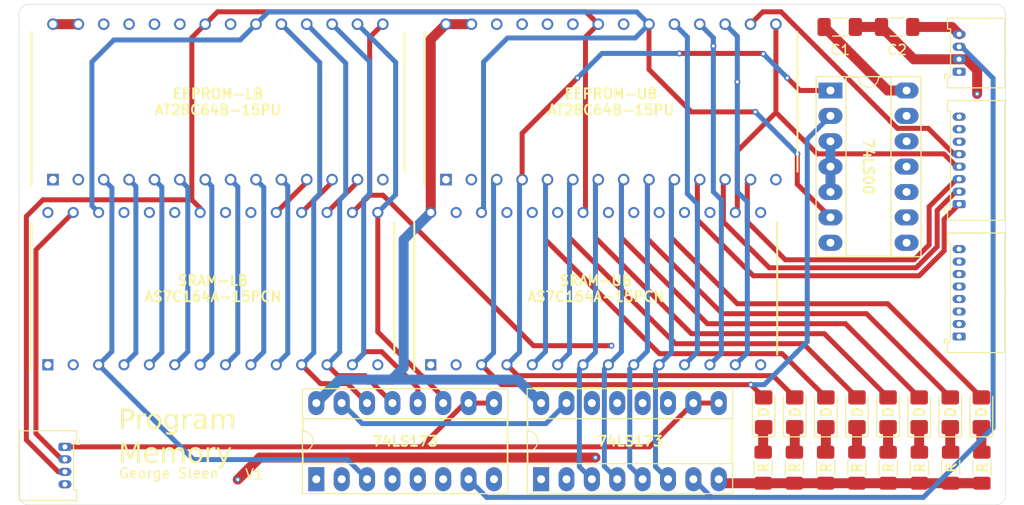
<source format=kicad_pcb>
(kicad_pcb (version 20240108) (generator "pcbnew") (generator_version "8.0")
  (layers (0 "F.Cu" signal) (1 "In1.Cu" signal) (2 "In2.Cu" signal) (31 "B.Cu" signal) (34 "B.Paste" user) (35 "F.Paste" user) (36 "B.SilkS" user "B.Silkscreen") (37 "F.SilkS" user "F.Silkscreen") (38 "B.Mask" user) (39 "F.Mask" user) (44 "Edge.Cuts" user))
  (net 0 "")
  (net 1 "GNDREF")
  (net 2 "Net-(U1-Pad3)")
  (net 6 "Net-(IC1-~{CE})")
  (net 7 "/CLR")
  (net 9 "Net-(D1-K)")
  (net 12 "VCC")
  (net 13 "/BUS 1")
  (net 14 "/BUS 5")
  (net 15 "/BUS 2")
  (net 16 "/BUS 6")
  (net 17 "/BUS 3")
  (net 18 "/BUS 0")
  (net 19 "/BUS 4")
  (net 20 "/BUS 7")
  (net 21 "/BUS E")
  (net 22 "/BUS C")
  (net 23 "/BUS B")
  (net 24 "/BUS 9")
  (net 25 "/BUS F")
  (net 26 "/BUS D")
  (net 27 "/BUS 8")
  (net 28 "/BUS A")
  (net 29 "Net-(D1-A)")
  (net 30 "Net-(D2-K)")
  (net 32 "Net-(D2-A)")
  (net 33 "Net-(D3-K)")
  (net 34 "Net-(D3-A)")
  (net 35 "Net-(D4-K)")
  (net 37 "Net-(D4-A)")
  (net 38 "Net-(D5-A)")
  (net 43 "Net-(D5-K)")
  (net 44 "Net-(D6-K)")
  (net 45 "Net-(D6-A)")
  (net 46 "Net-(D7-K)")
  (net 47 "Net-(D7-A)")
  (net 48 "Net-(D8-A)")
  (net 49 "Net-(D8-K)")
  (net 50 "/~{MvR}")
  (net 51 "/~{MvW}")
  (net 52 "/~{MaI}")
  (net 54 "/CLK")
  (footprint "Connector_Molex:Molex_PicoBlade_53048-0410_1x04_P1.25mm_Horizontal" (layer "F.Cu") (at 104.5 92.525 -90)
    (property "Reference" "J3" (hide yes))
    (property "Value" "Control")
  )
  (footprint "LED_SMD:LED_1206_3216Metric_Pad1.42x1.75mm_HandSolder" (layer "F.Cu") (at 177.546289 89.065 90)
    (property "Reference" "D2" (hide yes))
    (property "Value" "LED")
  )
  (footprint "Package_DIP:DIP-14_W7.62mm_Socket_LongPads" (layer "F.Cu") (at 181.119 56.86)
    (property "Reference" "U1" (hide yes))
    (property "Value" "74LS00")
  )
  (footprint "Resistor_SMD:R_1206_3216Metric_Pad1.30x1.75mm_HandSolder" (layer "F.Cu") (at 190.019142 94.615 -90)
    (property "Reference" "R6" (hide yes))
    (property "Value" "220")
  )
  (footprint "LED_SMD:LED_1206_3216Metric_Pad1.42x1.75mm_HandSolder" (layer "F.Cu") (at 196.223432 89.065 90)
    (property "Reference" "D8" (hide yes))
    (property "Value" "LED")
  )
  (footprint "AS7C164A-15PCN:DIP1524W51P254L3632H394Q28N" (layer "F.Cu") (at 119.304 76.691 90)
    (property "Reference" "IC2" (hide yes))
    (property "Value" "AS7C164A-15PCN" (hide yes))
  )
  (footprint "LED_SMD:LED_1206_3216Metric_Pad1.42x1.75mm_HandSolder" (layer "F.Cu") (at 193.110574 89.065 90)
    (property "Reference" "D7" (hide yes))
    (property "Value" "LED")
  )
  (footprint "LED_SMD:LED_1206_3216Metric_Pad1.42x1.75mm_HandSolder" (layer "F.Cu") (at 186.88486 89.065 90)
    (property "Reference" "D5" (hide yes))
    (property "Value" "LED")
  )
  (footprint "Package_DIP:DIP-16_W7.62mm_Socket_LongPads" (layer "F.Cu") (at 129.66 95.765 90)
    (property "Reference" "U2" (hide yes))
    (property "Value" "74LS173")
  )
  (footprint "AT28C64B-15PU:DIP1556W56P254L3702H483Q28N" (layer "F.Cu") (at 119.812 58 90)
    (property "Reference" "IC1" (hide yes))
    (property "Value" "AT28C64B-15PU" (hide yes))
  )
  (footprint "AS7C164A-15PCN:DIP1524W51P254L3632H394Q28N" (layer "F.Cu") (at 157.626 76.691 90)
    (property "Reference" "IC4" (hide yes))
    (property "Value" "AS7C164A-15PCN" (hide yes))
  )
  (footprint "LED_SMD:LED_1206_3216Metric_Pad1.42x1.75mm_HandSolder" (layer "F.Cu") (at 174.433432 89.065 90)
    (property "Reference" "D")
    (property "Value" "LED")
  )
  (footprint "LED_SMD:LED_1206_3216Metric_Pad1.42x1.75mm_HandSolder" (layer "F.Cu") (at 189.997717 89.065 90)
    (property "Reference" "D6" (hide yes))
    (property "Value" "LED")
  )
  (footprint "LED_SMD:LED_1206_3216Metric_Pad1.42x1.75mm_HandSolder" (layer "F.Cu") (at 183.772003 89.065 90)
    (property "Reference" "D4" (hide yes))
    (property "Value" "LED")
  )
  (footprint "Capacitor_SMD:C_1206_3216Metric_Pad1.33x1.80mm_HandSolder" (layer "F.Cu") (at 187.789 50.5 180)
    (property "Reference" "C2")
    (property "Value" "0.1 uF")
  )
  (footprint "AT28C64B-15PU:DIP1556W56P254L3702H483Q28N" (layer "F.Cu") (at 159.15 58 90)
    (property "Reference" "IC3" (hide yes))
    (property "Value" "AT28C64B-15PU" (hide yes))
  )
  (footprint "Connector_Molex:Molex_PicoBlade_53048-0410_1x04_P1.25mm_Horizontal" (layer "F.Cu") (at 194 54.983 90)
    (property "Reference" "J4" (hide yes))
    (property "Value" "Power")
  )
  (footprint "Resistor_SMD:R_1206_3216Metric_Pad1.30x1.75mm_HandSolder" (layer "F.Cu") (at 174.383432 94.615 -90)
    (property "Reference" "R1" (hide yes))
    (property "Value" "220")
  )
  (footprint "LED_SMD:LED_1206_3216Metric_Pad1.42x1.75mm_HandSolder" (layer "F.Cu") (at 180.659146 89.065 90)
    (property "Reference" "D3" (hide yes))
    (property "Value" "LED")
  )
  (footprint "Connector_Molex:Molex_PicoBlade_53048-0810_1x08_P1.25mm_Horizontal" (layer "F.Cu") (at 194 81.483 90)
    (property "Reference" "J1" (hide yes))
    (property "Value" "Bus LB")
  )
  (footprint "Resistor_SMD:R_1206_3216Metric_Pad1.30x1.75mm_HandSolder" (layer "F.Cu") (at 180.637716 94.615 -90)
    (property "Reference" "R3" (hide yes))
    (property "Value" "220")
  )
  (footprint "Resistor_SMD:R_1206_3216Metric_Pad1.30x1.75mm_HandSolder" (layer "F.Cu") (at 183.764858 94.615 -90)
    (property "Reference" "R4" (hide yes))
    (property "Value" "220")
  )
  (footprint "Package_DIP:DIP-16_W7.62mm_Socket_LongPads" (layer "F.Cu") (at 152.16 95.765 90)
    (property "Reference" "U4" (hide yes))
    (property "Value" "74LS173")
  )
  (footprint "Resistor_SMD:R_1206_3216Metric_Pad1.30x1.75mm_HandSolder" (layer "F.Cu") (at 177.510574 94.615 -90)
    (property "Reference" "R2" (hide yes))
    (property "Value" "220")
  )
  (footprint "Resistor_SMD:R_1206_3216Metric_Pad1.30x1.75mm_HandSolder" (layer "F.Cu") (at 193.146284 94.615 -90)
    (property "Reference" "R7" (hide yes))
    (property "Value" "220")
  )
  (footprint "Connector_Molex:Molex_PicoBlade_53048-0810_1x08_P1.25mm_Horizontal" (layer "F.Cu") (at 194 68.233 90)
    (property "Reference" "J2" (hide yes))
    (property "Value" "Bus UB")
  )
  (footprint "Resistor_SMD:R_1206_3216Metric_Pad1.30x1.75mm_HandSolder" (layer "F.Cu") (at 186.892 94.615 -90)
    (property "Reference" "R5" (hide yes))
    (property "Value" "220")
  )
  (footprint "Capacitor_SMD:C_1206_3216Metric_Pad1.33x1.80mm_HandSolder" (layer "F.Cu") (at 182.049 50.5)
    (property "Reference" "C1")
    (property "Value" "0.1 uF")
  )
  (footprint "Resistor_SMD:R_1206_3216Metric_Pad1.30x1.75mm_HandSolder" (layer "F.Cu") (at 196.273432 94.615 -90)
    (property "Reference" "R8" (hide yes))
    (property "Value" "220")
  )
  (gr_line (start 197.643 98.333) (end 100.893 98.333) (stroke (width 0.05)) (layer "Edge.Cuts"))
  (gr_line (start 99.893 97.333) (end 99.893 49.233) (stroke (width 0.05)) (layer "Edge.Cuts"))
  (gr_arc (start 100.893 98.333) (mid 100.185893 98.040107) (end 99.893 97.333) (stroke (width 0.05)) (layer "Edge.Cuts"))
  (gr_arc (start 197.643 48.233) (mid 198.350107 48.525893) (end 198.643 49.233) (stroke (width 0.05)) (layer "Edge.Cuts"))
  (gr_line (start 198.643 49.233) (end 198.643 97.333) (stroke (width 0.05)) (layer "Edge.Cuts"))
  (gr_arc (start 99.893 49.233) (mid 100.185893 48.525893) (end 100.893 48.233) (stroke (width 0.05)) (layer "Edge.Cuts"))
  (gr_line (start 100.893 48.233) (end 197.643 48.233) (stroke (width 0.05)) (layer "Edge.Cuts"))
  (gr_arc (start 198.643 97.333) (mid 198.350107 98.040107) (end 197.643 98.333) (stroke (width 0.05)) (layer "Edge.Cuts"))
  (gr_text "D" (at 186.9 89.05 90) (layer "F.SilkS") (effects (font (size 1 1) (thickness 0.2) (bold yes))))
  (gr_text "D" (at 193.15 89.05 90) (layer "F.SilkS") (effects (font (size 1 1) (thickness 0.2) (bold yes))))
  (gr_text "74LS173" (at 138.56 91.965 0) (layer "F.SilkS") (effects (font (size 1 1) (thickness 0.2) (bold yes))))
  (gr_text "D" (at 183.85 89.05 90) (layer "F.SilkS") (effects (font (size 1 1) (thickness 0.2) (bold yes))))
  (gr_text "D" (at 180.7 89.05 90) (layer "F.SilkS") (effects (font (size 1 1) (thickness 0.2) (bold yes))))
  (gr_text "EEPROM-LB\nAT28C64B-15PU" (at 119.812 58 0) (layer "F.SilkS") (effects (font (size 1 1) (thickness 0.2) (bold yes))))
  (gr_text "V1" (at 122.45 95.85 0) (layer "F.SilkS") (effects (font (size 1 1)) (justify left bottom)))
  (gr_text "D" (at 196.25 89.05 90) (layer "F.SilkS") (effects (font (size 1 1) (thickness 0.2) (bold yes))))
  (gr_text "R" (at 174.45 94.6 90) (layer "F.SilkS") (effects (font (size 1 1) (thickness 0.2) (bold yes))))
  (gr_text "74LS00" (at 184.919 64.485 -90) (layer "F.SilkS") (effects (font (size 1 1) (thickness 0.2) (bold yes))))
  (gr_text "George Sleen\n" (at 109.8 95.75 0) (layer "F.SilkS") (effects (font (size 1 1)) (justify left bottom)))
  (gr_text "74LS173" (at 161.06 91.965 0) (layer "F.SilkS") (effects (font (size 1 1) (thickness 0.2) (bold yes))))
  (gr_text "R" (at 183.8 94.6 90) (layer "F.SilkS") (effects (font (size 1 1) (thickness 0.2) (bold yes))))
  (gr_text "R" (at 180.7 94.6 90) (layer "F.SilkS") (effects (font (size 1 1) (thickness 0.2) (bold yes))))
  (gr_text "R" (at 186.95 94.6 90) (layer "F.SilkS") (effects (font (size 1 1) (thickness 0.2) (bold yes))))
  (gr_text "R" (at 177.55 94.6 90) (layer "F.SilkS") (effects (font (size 1 1) (thickness 0.2) (bold yes))))
  (gr_text "R" (at 190.1 94.6 90) (layer "F.SilkS") (effects (font (size 1 1) (thickness 0.2) (bold yes))))
  (gr_text "SRAM-UB\nAS7C164A-15PCN" (at 157.626 76.691 0) (layer "F.SilkS") (effects (font (size 1 1) (thickness 0.2) (bold yes))))
  (gr_text "R" (at 196.35 94.6 90) (layer "F.SilkS") (effects (font (size 1 1) (thickness 0.2) (bold yes))))
  (gr_text "D" (at 190.05 89.05 90) (layer "F.SilkS") (effects (font (size 1 1) (thickness 0.2) (bold yes))))
  (gr_text "SRAM-LB\nAS7C164A-15PCN" (at 119.304 76.691 0) (layer "F.SilkS") (effects (font (size 1 1) (thickness 0.2) (bold yes))))
  (gr_text "D" (at 177.6 89.05 90) (layer "F.SilkS") (effects (font (size 1 1) (thickness 0.2) (bold yes))))
  (gr_text "Program\nMemory" (at 109.85 94.45 0) (layer "F.SilkS") (effects (font (size 2 2)) (justify left bottom)))
  (gr_text "EEPROM-UB\nAT28C64B-15PU" (at 159.15 58 0) (layer "F.SilkS") (effects (font (size 1 1) (thickness 0.2) (bold yes))))
  (gr_text "R" (at 193.2 94.6 90) (layer "F.SilkS") (effects (font (size 1 1) (thickness 0.2) (bold yes))))
  (segment (start 195.8 54.8) (end 195.8 57.2) (width 1) (layer "F.Cu") (net 1))
  (segment (start 186.2265 50.5) (end 189.4595 53.733) (width 1) (layer "F.Cu") (net 1))
  (segment (start 170.34 96.165) (end 169.94 95.765) (width 1) (layer "F.Cu") (net 1))
  (segment (start 194 53.733) (end 194.733 53.733) (width 1) (layer "F.Cu") (net 1))
  (segment (start 183.6115 50.5) (end 186.2265 50.5) (width 1) (layer "F.Cu") (net 1))
  (segment (start 194.733 53.733) (end 195.8 54.8) (width 1) (layer "F.Cu") (net 1))
  (segment (start 196.273432 96.165) (end 174.383432 96.165) (width 1) (layer "F.Cu") (net 1))
  (segment (start 189.4595 53.733) (end 194 53.733) (width 1) (layer "F.Cu") (net 1))
  (segment (start 196.273432 96.165) (end 193.146284 96.165) (width 1) (layer "F.Cu") (net 1))
  (segment (start 174.383432 96.165) (end 170.34 96.165) (width 1) (layer "F.Cu") (net 1))
  (via (at 195.8 57.2) (size 0.6) (drill 0.3) (layers "F.Cu" "B.Cu") (net 1))
  (segment (start 181.119 67.02) (end 181.119 64.48) (width 1) (layer "B.Cu") (net 2))
  (segment (start 181.119 61.94) (end 181.119 64.48) (width 1) (layer "B.Cu") (net 2))
  (segment (start 162.96 54.76) (end 162.96 50.221) (width 0.5) (layer "F.Cu") (net 6))
  (segment (start 181.119 69.56) (end 177.8 66.241) (width 0.5) (layer "F.Cu") (net 6))
  (segment (start 177.8 66.241) (end 177.8 63.2) (width 0.5) (layer "F.Cu") (net 6))
  (segment (start 167.2 59) (end 162.96 54.76) (width 0.5) (layer "F.Cu") (net 6))
  (segment (start 173.6 59) (end 167.2 59) (width 0.5) (layer "F.Cu") (net 6))
  (via (at 177.8 63.2) (size 0.6) (drill 0.3) (layers "F.Cu" "B.Cu") (net 6))
  (via (at 173.6 59) (size 0.6) (drill 0.3) (layers "F.Cu" "B.Cu") (net 6))
  (segment (start 146.196 69.071) (end 146.4 68.867) (width 0.5) (layer "B.Cu") (net 6))
  (segment (start 107.2 68.397) (end 107.2 54) (width 0.5) (layer "B.Cu") (net 6))
  (segment (start 122.043 51.8) (end 123.622 50.221) (width 0.5) (layer "B.Cu") (net 6))
  (segment (start 161.581 51.6) (end 162.96 50.221) (width 0.5) (layer "B.Cu") (net 6))
  (segment (start 146.4 68.867) (end 146.4 54) (width 0.5) (layer "B.Cu") (net 6))
  (segment (start 161.739 49) (end 162.96 50.221) (width 0.5) (layer "B.Cu") (net 6))
  (segment (start 124.843 49) (end 161.739 49) (width 0.5) (layer "B.Cu") (net 6))
  (segment (start 107.2 54) (end 109.4 51.8) (width 0.5) (layer "B.Cu") (net 6))
  (segment (start 109.4 51.8) (end 122.043 51.8) (width 0.5) (layer "B.Cu") (net 6))
  (segment (start 146.4 54) (end 148.8 51.6) (width 0.5) (layer "B.Cu") (net 6))
  (segment (start 148.8 51.6) (end 161.581 51.6) (width 0.5) (layer "B.Cu") (net 6))
  (segment (start 123.622 50.221) (end 124.843 49) (width 0.5) (layer "B.Cu") (net 6))
  (segment (start 177.8 63.2) (end 173.6 59) (width 0.5) (layer "B.Cu") (net 6))
  (segment (start 107.874 69.071) (end 107.2 68.397) (width 0.5) (layer "B.Cu") (net 6))
  (segment (start 193.267 50.5) (end 194 51.233) (width 1) (layer "F.Cu") (net 7))
  (segment (start 189.3515 50.5) (end 193.267 50.5) (width 1) (layer "F.Cu") (net 7))
  (segment (start 152.645 90.2) (end 154.7 88.145) (width 0.5) (layer "B.Cu") (net 7))
  (segment (start 134.255 90.2) (end 152.645 90.2) (width 0.5) (layer "B.Cu") (net 7))
  (segment (start 132.2 88.145) (end 134.255 90.2) (width 0.5) (layer "B.Cu") (net 7))
  (segment (start 174.383432 90.6025) (end 174.433432 90.5525) (width 1) (layer "F.Cu") (net 9))
  (segment (start 174.383432 93.065) (end 174.383432 90.6025) (width 1) (layer "F.Cu") (net 9))
  (segment (start 103.302 50.221) (end 105.842 50.221) (width 1) (layer "F.Cu") (net 12))
  (segment (start 157.6 93.6) (end 124 93.6) (width 1) (layer "F.Cu") (net 12))
  (segment (start 124 93.6) (end 121.8 95.8) (width 1) (layer "F.Cu") (net 12))
  (segment (start 180.4865 50.5) (end 186.8465 56.86) (width 1) (layer "F.Cu") (net 12))
  (segment (start 142.64 50.221) (end 145.18 50.221) (width 1) (layer "F.Cu") (net 12))
  (segment (start 186.8465 56.86) (end 188.739 56.86) (width 1) (layer "F.Cu") (net 12))
  (segment (start 141.116 69.071) (end 141.116 51.745) (width 1) (layer "F.Cu") (net 12))
  (segment (start 141.116 51.745) (end 142.64 50.221) (width 1) (layer "F.Cu") (net 12))
  (via (at 121.8 95.8) (size 0.6) (drill 0.3) (layers "F.Cu" "B.Cu") (net 12))
  (via (at 157.6 93.6) (size 0.6) (drill 0.3) (layers "F.Cu" "B.Cu") (net 12))
  (segment (start 132.005 85.8) (end 129.66 88.145) (width 1) (layer "B.Cu") (net 12))
  (segment (start 134.8 85.8) (end 137.2 85.8) (width 1) (layer "B.Cu") (net 12))
  (segment (start 138.4 71.787) (end 141.116 69.071) (width 1) (layer "B.Cu") (net 12))
  (segment (start 152.16 88.145) (end 149.815 85.8) (width 1) (layer "B.Cu") (net 12))
  (segment (start 134.8 85.8) (end 149.815 85.8) (width 1) (layer "B.Cu") (net 12))
  (segment (start 134.8 85.8) (end 132.005 85.8) (width 1) (layer "B.Cu") (net 12))
  (segment (start 137.2 85.8) (end 138.4 84.6) (width 1) (layer "B.Cu") (net 12))
  (segment (start 138.4 84.6) (end 138.4 71.787) (width 1) (layer "B.Cu") (net 12))
  (segment (start 131.242 66.023) (end 128.194 69.071) (width 0.5) (layer "F.Cu") (net 13))
  (segment (start 131.242 65.779) (end 131.242 66.023) (width 0.5) (layer "F.Cu") (net 13))
  (segment (start 139.82 86.62) (end 136.2 83) (width 0.5) (layer "F.Cu") (net 14))
  (segment (start 139.82 88.145) (end 139.82 86.62) (width 0.5) (layer "F.Cu") (net 14))
  (segment (start 136.2 83) (end 134.585 83) (width 0.5) (layer "F.Cu") (net 14))
  (segment (start 134.585 83) (end 133.274 84.311) (width 0.5) (layer "F.Cu") (net 14))
  (segment (start 135 53.979) (end 135 67.2) (width 0.5) (layer "B.Cu") (net 14))
  (segment (start 131.242 50.221) (end 135 53.979) (width 0.5) (layer "B.Cu") (net 14))
  (segment (start 134.4 67.8) (end 134.4 83.185) (width 0.5) (layer "B.Cu") (net 14))
  (segment (start 134.4 83.185) (end 133.274 84.311) (width 0.5) (layer "B.Cu") (net 14))
  (segment (start 135 67.2) (end 134.4 67.8) (width 0.5) (layer "B.Cu") (net 14))
  (segment (start 133.782 66.023) (end 130.734 69.071) (width 0.5) (layer "F.Cu") (net 15))
  (segment (start 133.782 65.779) (end 133.782 66.023) (width 0.5) (layer "F.Cu") (net 15))
  (segment (start 134.535 85.4) (end 131.823 85.4) (width 0.5) (layer "F.Cu") (net 16))
  (segment (start 137.28 88.145) (end 134.535 85.4) (width 0.5) (layer "F.Cu") (net 16))
  (segment (start 131.823 85.4) (end 130.734 84.311) (width 0.5) (layer "F.Cu") (net 16))
  (segment (start 132 83.045) (end 130.734 84.311) (width 0.5) (layer "B.Cu") (net 16))
  (segment (start 132.6 54.119) (end 132.6 67.2) (width 0.5) (layer "B.Cu") (net 16))
  (segment (start 132 67.8) (end 132 83.045) (width 0.5) (layer "B.Cu") (net 16))
  (segment (start 132.6 67.2) (end 132 67.8) (width 0.5) (layer "B.Cu") (net 16))
  (segment (start 128.702 50.221) (end 132.6 54.119) (width 0.5) (layer "B.Cu") (net 16))
  (segment (start 136.345 67.345) (end 151.4 82.4) (width 0.5) (layer "F.Cu") (net 17))
  (segment (start 133.274 69.071) (end 135 67.345) (width 0.5) (layer "F.Cu") (net 17))
  (segment (start 135 67.345) (end 136.345 67.345) (width 0.5) (layer "F.Cu") (net 17))
  (segment (start 151.4 82.4) (end 159.2 82.4) (width 0.5) (layer "F.Cu") (net 17))
  (segment (start 135 67.345) (end 135 51.543) (width 0.5) (layer "F.Cu") (net 17))
  (segment (start 135 51.543) (end 136.322 50.221) (width 0.5) (layer "F.Cu") (net 17))
  (via (at 159.2 82.4) (size 0.6) (drill 0.3) (layers "F.Cu" "B.Cu") (net 17))
  (segment (start 128.702 66.023) (end 125.654 69.071) (width 0.5) (layer "F.Cu") (net 18))
  (segment (start 128.702 65.779) (end 128.702 66.023) (width 0.5) (layer "F.Cu") (net 18))
  (segment (start 135.814 81.019025) (end 135.814 69.071) (width 0.5) (layer "F.Cu") (net 19))
  (segment (start 142.36 88.145) (end 142.36 87.565025) (width 0.5) (layer "F.Cu") (net 19))
  (segment (start 142.36 87.565025) (end 135.814 81.019025) (width 0.5) (layer "F.Cu") (net 19))
  (segment (start 133.782 50.221) (end 137.6 54.039) (width 0.5) (layer "B.Cu") (net 19))
  (segment (start 137.6 54.039) (end 137.6 67.285) (width 0.5) (layer "B.Cu") (net 19))
  (segment (start 137.6 67.285) (end 135.814 69.071) (width 0.5) (layer "B.Cu") (net 19))
  (segment (start 130.083 86.2) (end 128.194 84.311) (width 0.5) (layer "F.Cu") (net 20))
  (segment (start 134.74 88.145) (end 132.795 86.2) (width 0.5) (layer "F.Cu") (net 20))
  (segment (start 132.795 86.2) (end 130.083 86.2) (width 0.5) (layer "F.Cu") (net 20))
  (segment (start 129.4 83.105) (end 128.194 84.311) (width 0.5) (layer "B.Cu") (net 20))
  (segment (start 129.4 67.8) (end 129.4 83.105) (width 0.5) (layer "B.Cu") (net 20))
  (segment (start 130 67.2) (end 129.4 67.8) (width 0.5) (layer "B.Cu") (net 20))
  (segment (start 126.162 50.221) (end 130 54.059) (width 0.5) (layer "B.Cu") (net 20))
  (segment (start 130 54.059) (end 130 67.2) (width 0.5) (layer "B.Cu") (net 20))
  (via (at 169.4 52.4) (size 0.6) (drill 0.3) (layers "F.Cu" "B.Cu") (net 21))
  (segment (start 170.2 83.167) (end 169.056 84.311) (width 0.5) (layer "B.Cu") (net 21))
  (segment (start 169.4 67) (end 170.2 67.8) (width 0.5) (layer "B.Cu") (net 21))
  (segment (start 169.4 51.581) (end 169.4 67) (width 0.5) (layer "B.Cu") (net 21))
  (segment (start 170.2 67.8) (end 170.2 83.167) (width 0.5) (layer "B.Cu") (net 21))
  (segment (start 168.04 50.221) (end 169.4 51.581) (width 0.5) (layer "B.Cu") (net 21))
  (segment (start 187.089 59.903383) (end 187.089 59.917767) (width 0.5) (layer "F.Cu") (net 22))
  (segment (start 187.089 59.917767) (end 187.821233 60.65) (width 0.5) (layer "F.Cu") (net 22))
  (segment (start 190.906949 60.65) (end 193.489949 63.233) (width 0.5) (layer "F.Cu") (net 22))
  (segment (start 193.489949 63.233) (end 194 63.233) (width 0.5) (layer "F.Cu") (net 22))
  (segment (start 174.358 48.983) (end 176.168617 48.983) (width 0.5) (layer "F.Cu") (net 22))
  (segment (start 176.168617 48.983) (end 187.089 59.903383) (width 0.5) (layer "F.Cu") (net 22))
  (segment (start 187.821233 60.65) (end 190.906949 60.65) (width 0.5) (layer "F.Cu") (net 22))
  (segment (start 173.12 50.221) (end 174.358 48.983) (width 0.5) (layer "F.Cu") (net 22))
  (segment (start 175.66 59.06) (end 175.66 50.221) (width 0.5) (layer "F.Cu") (net 23))
  (segment (start 179.8 63.2) (end 175.66 59.06) (width 0.5) (layer "F.Cu") (net 23))
  (segment (start 192.467 63.2) (end 179.8 63.2) (width 0.5) (layer "F.Cu") (net 23))
  (segment (start 171.596 69.071) (end 171.8 68.867) (width 0.5) (layer "F.Cu") (net 23))
  (segment (start 194 64.483) (end 193.75 64.483) (width 0.5) (layer "F.Cu") (net 23))
  (segment (start 193.75 64.483) (end 192.467 63.2) (width 0.5) (layer "F.Cu") (net 23))
  (segment (start 171.8 62.92) (end 175.66 59.06) (width 0.5) (layer "F.Cu") (net 23))
  (segment (start 171.8 68.867) (end 171.8 62.92) (width 0.5) (layer "F.Cu") (net 23))
  (segment (start 170.4 65.959) (end 170.58 65.779) (width 0.5) (layer "F.Cu") (net 24))
  (segment (start 191.8 68.85822) (end 191.8 72.489949) (width 0.5) (layer "F.Cu") (net 24))
  (segment (start 193.67522 66.983) (end 191.8 68.85822) (width 0.5) (layer "F.Cu") (net 24))
  (segment (start 194 66.983) (end 193.67522 66.983) (width 0.5) (layer "F.Cu") (net 24))
  (segment (start 170.4 70) (end 170.4 65.959) (width 0.5) (layer "F.Cu") (net 24))
  (segment (start 191.8 72.489949) (end 189.689949 74.6) (width 0.5) (layer "F.Cu") (net 24))
  (segment (start 175 74.6) (end 170.4 70) (width 0.5) (layer "F.Cu") (net 24))
  (segment (start 189.689949 74.6) (end 175 74.6) (width 0.5) (layer "F.Cu") (net 24))
  (segment (start 167.8 83.027) (end 166.516 84.311) (width 0.5) (layer "B.Cu") (net 25))
  (segment (start 166.8 51.521) (end 166.8 67.2) (width 0.5) (layer "B.Cu") (net 25))
  (segment (start 166.8 67.2) (end 167.8 68.2) (width 0.5) (layer "B.Cu") (net 25))
  (segment (start 167.8 68.2) (end 167.8 83.027) (width 0.5) (layer "B.Cu") (net 25))
  (segment (start 165.5 50.221) (end 166.8 51.521) (width 0.5) (layer "B.Cu") (net 25))
  (via (at 171.8 56) (size 0.6) (drill 0.3) (layers "F.Cu" "B.Cu") (net 26))
  (segment (start 171.8 51.441) (end 170.58 50.221) (width 0.5) (layer "B.Cu") (net 26))
  (segment (start 172.8 68) (end 172.8 83.107) (width 0.5) (layer "B.Cu") (net 26))
  (segment (start 171.8 67) (end 172.8 68) (width 0.5) (layer "B.Cu") (net 26))
  (segment (start 171.8 56) (end 171.8 67) (width 0.5) (layer "B.Cu") (net 26))
  (segment (start 171.8 56) (end 171.8 51.441) (width 0.5) (layer "B.Cu") (net 26))
  (segment (start 172.8 83.107) (end 171.596 84.311) (width 0.5) (layer "B.Cu") (net 26))
  (segment (start 194 68.233) (end 192.5 69.733) (width 0.5) (layer "F.Cu") (net 27))
  (segment (start 173.4 75.4) (end 167.8 69.8) (width 0.5) (layer "F.Cu") (net 27))
  (segment (start 167.8 66.019) (end 168.04 65.779) (width 0.5) (layer "F.Cu") (net 27))
  (segment (start 190 75.4) (end 173.4 75.4) (width 0.5) (layer "F.Cu") (net 27))
  (segment (start 192.5 69.733) (end 192.5 72.9) (width 0.5) (layer "F.Cu") (net 27))
  (segment (start 167.8 69.8) (end 167.8 66.019) (width 0.5) (layer "F.Cu") (net 27))
  (segment (start 192.5 72.9) (end 190 75.4) (width 0.5) (layer "F.Cu") (net 27))
  (segment (start 194 65.733) (end 193.75 65.733) (width 0.5) (layer "F.Cu") (net 28))
  (segment (start 176.6 73.8) (end 172.8 70) (width 0.5) (layer "F.Cu") (net 28))
  (segment (start 193.75 65.733) (end 191 68.483) (width 0.5) (layer "F.Cu") (net 28))
  (segment (start 191 72.3) (end 189.5 73.8) (width 0.5) (layer "F.Cu") (net 28))
  (segment (start 172.8 70) (end 172.8 66.099) (width 0.5) (layer "F.Cu") (net 28))
  (segment (start 191 68.483) (end 191 72.3) (width 0.5) (layer "F.Cu") (net 28))
  (segment (start 189.5 73.8) (end 176.6 73.8) (width 0.5) (layer "F.Cu") (net 28))
  (segment (start 172.8 66.099) (end 173.12 65.779) (width 0.5) (layer "F.Cu") (net 28))
  (segment (start 173.155932 86.3) (end 148.185 86.3) (width 0.5) (layer "F.Cu") (net 29))
  (segment (start 174.433432 87.5775) (end 173.155932 86.3) (width 0.5) (layer "F.Cu") (net 29))
  (segment (start 148.185 86.3) (end 146.196 84.311) (width 0.5) (layer "F.Cu") (net 29))
  (via (at 173.155932 86.3) (size 0.6) (drill 0.3) (layers "F.Cu" "B.Cu") (net 29))
  (segment (start 178.8 82) (end 174.5 86.3) (width 0.5) (layer "B.Cu") (net 29))
  (segment (start 109.2 82.985) (end 109.2 66.597) (width 0.5) (layer "B.Cu") (net 29))
  (segment (start 174.5 86.3) (end 173.155932 86.3) (width 0.5) (layer "B.Cu") (net 29))
  (segment (start 109.2 66.597) (end 108.382 65.779) (width 0.5) (layer "B.Cu") (net 29))
  (segment (start 132.775 93.8) (end 117.363 93.8) (width 0.5) (layer "B.Cu") (net 29))
  (segment (start 181.119 59.4) (end 178.8 61.719) (width 0.5) (layer "B.Cu") (net 29))
  (segment (start 117.363 93.8) (end 107.874 84.311) (width 0.5) (layer "B.Cu") (net 29))
  (segment (start 147.4 66.099) (end 147.72 65.779) (width 0.5) (layer "B.Cu") (net 29))
  (segment (start 178.8 61.719) (end 178.8 82) (width 0.5) (layer "B.Cu") (net 29))
  (segment (start 107.874 84.311) (end 109.2 82.985) (width 0.5) (layer "B.Cu") (net 29))
  (segment (start 147.4 83.107) (end 147.4 66.099) (width 0.5) (layer "B.Cu") (net 29))
  (segment (start 134.74 95.765) (end 132.775 93.8) (width 0.5) (layer "B.Cu") (net 29))
  (segment (start 146.196 84.311) (end 147.4 83.107) (width 0.5) (layer "B.Cu") (net 29))
  (segment (start 177.546289 93.029285) (end 177.510574 93.065) (width 1) (layer "F.Cu") (net 30))
  (segment (start 177.546289 90.5525) (end 177.546289 93.029285) (width 1) (layer "F.Cu") (net 30))
  (segment (start 149.825 85.4) (end 148.736 84.311) (width 0.5) (layer "F.Cu") (net 32))
  (segment (start 181.119 56.86) (end 178.06 56.86) (width 0.5) (layer "F.Cu") (net 32))
  (segment (start 166 53.15) (end 174.35 53.15) (width 0.5) (layer "F.Cu") (net 32))
  (segment (start 177.546289 87.5775) (end 175.368789 85.4) (width 0.5) (layer "F.Cu") (net 32))
  (segment (start 174.35 53.15) (end 174.4 53.2) (width 0.5) (layer "F.Cu") (net 32))
  (segment (start 155.8 55.6) (end 150.26 61.14) (width 0.5) (layer "F.Cu") (net 32))
  (segment (start 150.26 61.14) (end 150.26 65.779) (width 0.5) (layer "F.Cu") (net 32))
  (segment (start 175.368789 85.4) (end 149.825 85.4) (width 0.5) (layer "F.Cu") (net 32))
  (segment (start 178.06 56.86) (end 176.8 55.6) (width 0.5) (layer "F.Cu") (net 32))
  (via (at 176.8 55.6) (size 0.6) (drill 0.3) (layers "F.Cu" "B.Cu") (net 32))
  (via (at 166 53.15) (size 0.6) (drill 0.3) (layers "F.Cu" "B.Cu") (net 32))
  (via (at 174.4 53.2) (size 0.6) (drill 0.3) (layers "F.Cu" "B.Cu") (net 32))
  (via (at 155.8 55.6) (size 0.6) (drill 0.3) (layers "F.Cu" "B.Cu") (net 32))
  (segment (start 176.8 55.6) (end 174.4 53.2) (width 0.5) (layer "B.Cu") (net 32))
  (segment (start 111.6 66.457) (end 110.922 65.779) (width 0.5) (layer "B.Cu") (net 32))
  (segment (start 111.6 83.125) (end 111.6 66.457) (width 0.5) (layer "B.Cu") (net 32))
  (segment (start 166 53.15) (end 158.25 53.15) (width 0.5) (layer "B.Cu") (net 32))
  (segment (start 150 83.047) (end 150 66.039) (width 0.5) (layer "B.Cu") (net 32))
  (segment (start 158.25 53.15) (end 155.8 55.6) (width 0.5) (layer "B.Cu") (net 32))
  (segment (start 148.736 84.311) (end 150 83.047) (width 0.5) (layer "B.Cu") (net 32))
  (segment (start 110.414 84.311) (end 111.6 83.125) (width 0.5) (layer "B.Cu") (net 32))
  (segment (start 150 66.039) (end 150.26 65.779) (width 0.5) (layer "B.Cu") (net 32))
  (segment (start 180.659146 90.5525) (end 180.659146 93.04357) (width 1) (layer "F.Cu") (net 33))
  (segment (start 180.659146 93.04357) (end 180.637716 93.065) (width 1) (layer "F.Cu") (net 33))
  (segment (start 164 83.2) (end 152.6 71.8) (width 0.5) (layer "F.Cu") (net 34))
  (segment (start 176.281646 83.2) (end 164 83.2) (width 0.5) (layer "F.Cu") (net 34))
  (segment (start 180.659146 87.5775) (end 176.281646 83.2) (width 0.5) (layer "F.Cu") (net 34))
  (segment (start 152.6 65.979) (end 152.8 65.779) (width 0.5) (layer "F.Cu") (net 34))
  (segment (start 152.6 71.8) (end 152.6 65.979) (width 0.5) (layer "F.Cu") (net 34))
  (segment (start 152.6 65.979) (end 152.8 65.779) (width 0.5) (layer "B.Cu") (net 34))
  (segment (start 152.6 82.987) (end 152.6 65.979) (width 0.5) (layer "B.Cu") (net 34))
  (segment (start 112.954 84.311) (end 114.2 83.065) (width 0.5) (layer "B.Cu") (net 34))
  (segment (start 114.2 83.065) (end 114.2 66.517) (width 0.5) (layer "B.Cu") (net 34))
  (segment (start 151.276 84.311) (end 152.6 82.987) (width 0.5) (layer "B.Cu") (net 34))
  (segment (start 114.2 66.517) (end 113.462 65.779) (width 0.5) (layer "B.Cu") (net 34))
  (segment (start 183.772003 90.5525) (end 183.772003 93.057855) (width 1) (layer "F.Cu") (net 35))
  (segment (start 183.772003 93.057855) (end 183.764858 93.065) (width 1) (layer "F.Cu") (net 35))
  (segment (start 183.772003 87.5775) (end 178.394503 82.2) (width 0.5) (layer "F.Cu") (net 37))
  (segment (start 155 71.6) (end 155 66.119) (width 0.5) (layer "F.Cu") (net 37))
  (segment (start 155 66.119) (end 155.34 65.779) (width 0.5) (layer "F.Cu") (net 37))
  (segment (start 165.6 82.2) (end 155 71.6) (width 0.5) (layer "F.Cu") (net 37))
  (segment (start 178.394503 82.2) (end 165.6 82.2) (width 0.5) (layer "F.Cu") (net 37))
  (segment (start 116.8 66.577) (end 116.002 65.779) (width 0.5) (layer "B.Cu") (net 37))
  (segment (start 115.494 84.311) (end 116.8 83.005) (width 0.5) (layer "B.Cu") (net 37))
  (segment (start 153.816 84.311) (end 155 83.127) (width 0.5) (layer "B.Cu") (net 37))
  (segment (start 155 83.127) (end 155 66.119) (width 0.5) (layer "B.Cu") (net 37))
  (segment (start 116.8 83.005) (end 116.8 66.577) (width 0.5) (layer "B.Cu") (net 37))
  (segment (start 155 66.119) (end 155.34 65.779) (width 0.5) (layer "B.Cu") (net 37))
  (segment (start 157.6 71.6) (end 157.6 66.059) (width 0.5) (layer "F.Cu") (net 38))
  (segment (start 180.50736 81.2) (end 167.2 81.2) (width 0.5) (layer "F.Cu") (net 38))
  (segment (start 186.88486 87.5775) (end 180.50736 81.2) (width 0.5) (layer "F.Cu") (net 38))
  (segment (start 157.6 66.059) (end 157.88 65.779) (width 0.5) (layer "F.Cu") (net 38))
  (segment (start 167.2 81.2) (end 157.6 71.6) (width 0.5) (layer "F.Cu") (net 38))
  (segment (start 119.2 83.145) (end 119.2 66.437) (width 0.5) (layer "B.Cu") (net 38))
  (segment (start 119.2 66.437) (end 118.542 65.779) (width 0.5) (layer "B.Cu") (net 38))
  (segment (start 157.6 83.067) (end 157.6 66.059) (width 0.5) (layer "B.Cu") (net 38))
  (segment (start 155.99 94.515) (end 155.99 84.677) (width 0.5) (layer "B.Cu") (net 38))
  (segment (start 118.034 84.311) (end 119.2 83.145) (width 0.5) (layer "B.Cu") (net 38))
  (segment (start 157.6 66.059) (end 157.88 65.779) (width 0.5) (layer "B.Cu") (net 38))
  (segment (start 157.24 95.765) (end 155.99 94.515) (width 0.5) (layer "B.Cu") (net 38))
  (segment (start 156.356 84.311) (end 157.6 83.067) (width 0.5) (layer "B.Cu") (net 38))
  (segment (start 155.99 84.677) (end 156.356 84.311) (width 0.5) (layer "B.Cu") (net 38))
  (segment (start 186.88486 90.5525) (end 186.88486 93.05786) (width 1) (layer "F.Cu") (net 43))
  (segment (start 186.88486 93.05786) (end 186.892 93.065) (width 1) (layer "F.Cu") (net 43))
  (segment (start 189.997717 90.5525) (end 189.997717 93.043575) (width 1) (layer "F.Cu") (net 44))
  (segment (start 189.997717 93.043575) (end 190.019142 93.065) (width 1) (layer "F.Cu") (net 44))
  (segment (start 168.8 80.2) (end 160.2 71.6) (width 0.5) (layer "F.Cu") (net 45))
  (segment (start 160.2 71.6) (end 160.2 65.999) (width 0.5) (layer "F.Cu") (net 45))
  (segment (start 160.2 65.999) (end 160.42 65.779) (width 0.5) (layer "F.Cu") (net 45))
  (segment (start 182.620217 80.2) (end 168.8 80.2) (width 0.5) (layer "F.Cu") (net 45))
  (segment (start 189.997717 87.5775) (end 182.620217 80.2) (width 0.5) (layer "F.Cu") (net 45))
  (segment (start 159.78 95.765) (end 158.49 94.475) (width 0.5) (layer "B.Cu") (net 45))
  (segment (start 121.8 66.497) (end 121.082 65.779) (width 0.5) (layer "B.Cu") (net 45))
  (segment (start 158.49 84.717) (end 158.896 84.311) (width 0.5) (layer "B.Cu") (net 45))
  (segment (start 120.574 84.311) (end 121.8 83.085) (width 0.5) (layer "B.Cu") (net 45))
  (segment (start 158.49 94.475) (end 158.49 84.717) (width 0.5) (layer "B.Cu") (net 45))
  (segment (start 160.2 83.007) (end 160.2 65.999) (width 0.5) (layer "B.Cu") (net 45))
  (segment (start 158.896 84.311) (end 160.2 83.007) (width 0.5) (layer "B.Cu") (net 45))
  (segment (start 121.8 83.085) (end 121.8 66.497) (width 0.5) (layer "B.Cu") (net 45))
  (segment (start 160.2 65.999) (end 160.42 65.779) (width 0.5) (layer "B.Cu") (net 45))
  (segment (start 193.110574 90.5525) (end 193.110574 93.02929) (width 1) (layer "F.Cu") (net 46))
  (segment (start 193.110574 93.02929) (end 193.146284 93.065) (width 1) (layer "F.Cu") (net 46))
  (segment (start 162.8 71.7) (end 162.8 65.939) (width 0.5) (layer "F.Cu") (net 47))
  (segment (start 193.110574 87.5775) (end 184.733074 79.2) (width 0.5) (layer "F.Cu") (net 47))
  (segment (start 170.3 79.2) (end 162.8 71.7) (width 0.5) (layer "F.Cu") (net 47))
  (segment (start 162.8 65.939) (end 162.96 65.779) (width 0.5) (layer "F.Cu") (net 47))
  (segment (start 184.733074 79.2) (end 170.3 79.2) (width 0.5) (layer "F.Cu") (net 47))
  (segment (start 161.03 94.475) (end 162.32 95.765) (width 0.5) (layer "B.Cu") (net 47))
  (segment (start 162.8 65.939) (end 162.96 65.779) (width 0.5) (layer "B.Cu") (net 47))
  (segment (start 161.436 84.311) (end 162.8 82.947) (width 0.5) (layer "B.Cu") (net 47))
  (segment (start 161.03 84.717) (end 161.03 94.475) (width 0.5) (layer "B.Cu") (net 47))
  (segment (start 161.436 84.311) (end 161.03 84.717) (width 0.5) (layer "B.Cu") (net 47))
  (segment (start 162.8 82.947) (end 162.8 65.939) (width 0.5) (layer "B.Cu") (net 47))
  (segment (start 124.4 83.025) (end 124.4 66.557) (width 0.5) (layer "B.Cu") (net 47))
  (segment (start 123.114 84.311) (end 124.4 83.025) (width 0.5) (layer "B.Cu") (net 47))
  (segment (start 124.4 66.557) (end 123.622 65.779) (width 0.5) (layer "B.Cu") (net 47))
  (segment (start 165.2 66.079) (end 165.5 65.779) (width 0.5) (layer "F.Cu") (net 48))
  (segment (start 186.845932 78.2) (end 171.8 78.2) (width 0.5) (layer "F.Cu") (net 48))
  (segment (start 165.2 71.6) (end 165.2 66.079) (width 0.5) (layer "F.Cu") (net 48))
  (segment (start 196.223432 87.5775) (end 186.845932 78.2) (width 0.5) (layer "F.Cu") (net 48))
  (segment (start 171.8 78.2) (end 165.2 71.6) (width 0.5) (layer "F.Cu") (net 48))
  (segment (start 126.8 66.417) (end 126.162 65.779) (width 0.5) (layer "B.Cu") (net 48))
  (segment (start 165.2 83.087) (end 165.2 66.079) (width 0.5) (layer "B.Cu") (net 48))
  (segment (start 163.61 84.677) (end 163.61 94.515) (width 0.5) (layer "B.Cu") (net 48))
  (segment (start 125.654 84.311) (end 126.8 83.165) (width 0.5) (layer "B.Cu") (net 48))
  (segment (start 163.976 84.311) (end 163.61 84.677) (width 0.5) (layer "B.Cu") (net 48))
  (segment (start 163.61 94.515) (end 164.86 95.765) (width 0.5) (layer "B.Cu") (net 48))
  (segment (start 126.8 83.165) (end 126.8 66.417) (width 0.5) (layer "B.Cu") (net 48))
  (segment (start 165.2 66.079) (end 165.5 65.779) (width 0.5) (layer "B.Cu") (net 48))
  (segment (start 163.976 84.311) (end 165.2 83.087) (width 0.5) (layer "B.Cu") (net 48))
  (segment (start 196.223432 93.015) (end 196.273432 93.065) (width 1) (layer "F.Cu") (net 49))
  (segment (start 196.223432 90.5525) (end 196.223432 93.015) (width 1) (layer "F.Cu") (net 49))
  (segment (start 100.643 91.83295) (end 100.643 69.457) (width 0.5) (layer "F.Cu") (net 50))
  (segment (start 156.6 51.501) (end 156.6 68.827) (width 0.5) (layer "F.Cu") (net 50))
  (segment (start 156.6 68.827) (end 156.356 69.071) (width 0.5) (layer "F.Cu") (net 50))
  (segment (start 100.643 69.457) (end 102.3 67.8) (width 0.5) (layer "F.Cu") (net 50))
  (segment (start 117.2 67.8) (end 118.034 68.634) (width 0.5) (layer "F.Cu") (net 50))
  (segment (start 156.642 48.983) (end 157.88 50.221) (width 0.5) (layer "F.Cu") (net 50))
  (segment (start 118.034 68.634) (end 118.034 69.071) (width 0.5) (layer "F.Cu") (net 50))
  (segment (start 157.88 50.221) (end 156.6 51.501) (width 0.5) (layer "F.Cu") (net 50))
  (segment (start 102.3 67.8) (end 117.2 67.8) (width 0.5) (layer "F.Cu") (net 50))
  (segment (start 104.5 95.025) (end 103.83505 95.025) (width 0.5) (layer "F.Cu") (net 50))
  (segment (start 118.542 50.221) (end 117.2 51.563) (width 0.5) (layer "F.Cu") (net 50))
  (segment (start 118.542 50.221) (end 119.78 48.983) (width 0.5) (layer "F.Cu") (net 50))
  (segment (start 119.78 48.983) (end 156.642 48.983) (width 0.5) (layer "F.Cu") (net 50))
  (segment (start 117.2 51.563) (end 117.2 67.8) (width 0.5) (layer "F.Cu") (net 50))
  (segment (start 103.83505 95.025) (end 100.643 91.83295) (width 0.5) (layer "F.Cu") (net 50))
  (segment (start 101.6 91.19978) (end 101.6 72.805) (width 0.5) (layer "F.Cu") (net 51))
  (segment (start 104.17522 93.775) (end 101.6 91.19978) (width 0.5) (layer "F.Cu") (net 51))
  (segment (start 104.5 93.775) (end 104.17522 93.775) (width 0.5) (layer "F.Cu") (net 51))
  (segment (start 101.6 72.805) (end 105.334 69.071) (width 0.5) (layer "F.Cu") (net 51))
  (segment (start 163.02 92.525) (end 167.4 88.145) (width 0.5) (layer "F.Cu") (net 52))
  (segment (start 140.147767 92.525) (end 144.527767 88.145) (width 0.5) (layer "F.Cu") (net 52))
  (segment (start 104.5 92.525) (end 140.147767 92.525) (width 0.5) (layer "F.Cu") (net 52))
  (segment (start 169.94 88.145) (end 167.4 88.145) (width 0.5) (layer "F.Cu") (net 52))
  (segment (start 140.147767 92.525) (end 163.02 92.525) (width 0.5) (layer "F.Cu") (net 52))
  (segment (start 144.527767 88.145) (end 144.9 88.145) (width 0.5) (layer "F.Cu") (net 52))
  (segment (start 144.9 88.145) (end 147.44 88.145) (width 0.5) (layer "F.Cu") (net 52))
  (segment (start 194 52.483) (end 194.25 52.483) (width 0.5) (layer "B.Cu") (net 54))
  (segment (start 144.9 95.765) (end 146.718 97.583) (width 0.5) (layer "B.Cu") (net 54))
  (segment (start 197.4 55.633) (end 197.4 90.6) (width 0.5) (layer "B.Cu") (net 54))
  (segment (start 169.218 97.583) (end 167.4 95.765) (width 0.5) (layer "B.Cu") (net 54))
  (segment (start 169.218 97.583) (end 146.718 97.583) (width 0.5) (layer "B.Cu") (net 54))
  (segment (start 194.25 52.483) (end 197.4 55.633) (width 0.5) (layer "B.Cu") (net 54))
  (segment (start 190.417 97.583) (end 169.218 97.583) (width 0.5) (layer "B.Cu") (net 54))
  (segment (start 197.4 90.6) (end 190.417 97.583) (width 0.5) (layer "B.Cu") (net 54))
)
</source>
